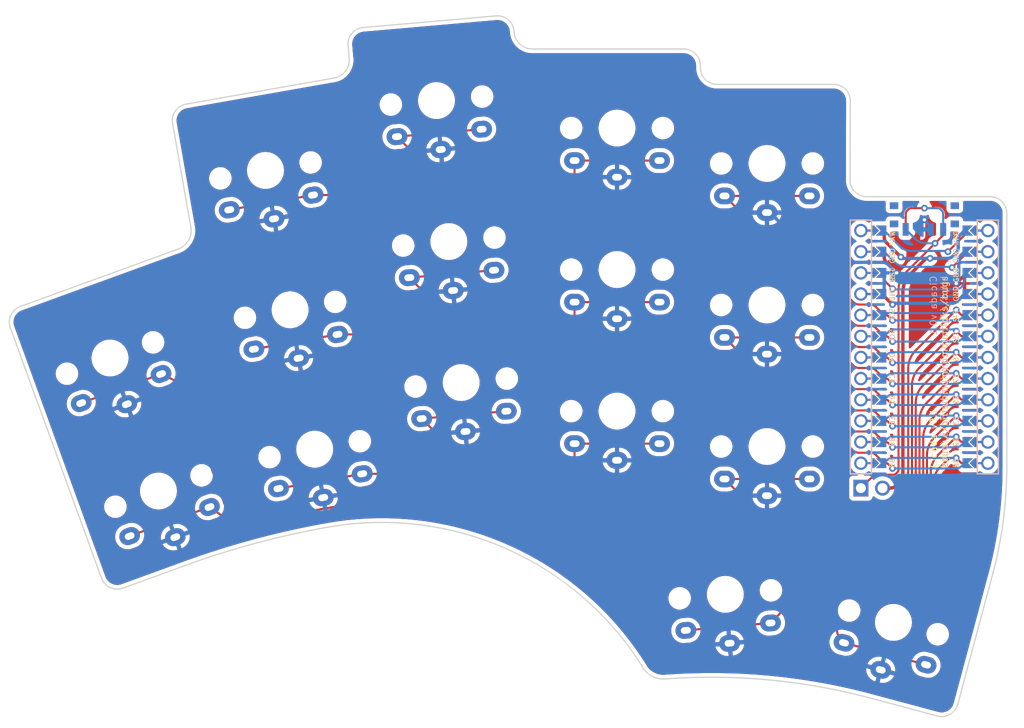
<source format=kicad_pcb>
(kicad_pcb (version 20210722) (generator pcbnew)
  (title_block (title "Cicada") (date "2021-10-04") (rev "0.1") (company "jmnw"))
  (layers (0 "F.Cu" signal) (31 "B.Cu" signal) (34 "B.Paste" user) (35 "F.Paste" user) (36 "B.SilkS" user "B.Silkscreen") (37 "F.SilkS" user "F.Silkscreen") (38 "B.Mask" user) (39 "F.Mask" user) (44 "Edge.Cuts" user))
  (net 0 "")
  (net 1 "unconnected-(PSW1-Pad3)")
  (net 2 "switch1")
  (net 3 "switch2")
  (net 4 "switch3")
  (net 5 "switch4")
  (net 6 "switch5")
  (net 7 "switch6")
  (net 8 "switch7")
  (net 9 "switch8")
  (net 10 "switch9")
  (net 11 "switch10")
  (net 12 "switch11")
  (net 13 "switch12")
  (net 14 "switch13")
  (net 15 "switch14")
  (net 16 "switch15")
  (net 17 "unconnected-(U1-Pad22)")
  (net 18 "unconnected-(U1-Pad2)")
  (net 19 "GND")
  (net 20 "VCC")
  (net 21 "Net-(BT1-Pad2)")
  (net 22 "raw")
  (net 23 "switch16")
  (net 24 "unconnected-(U1-Pad1)")
  (footprint "bugs:Choc_reversible" (layer "F.Cu") (at 62.566814 62.461221 10)
    (fp_text reference "SW2" hide)
    (fp_text value "SW_PUSH" hide)
  )
  (footprint "bugs:Choc_reversible" (layer "F.Cu") (at 83.091911 54.070218 5)
    (fp_text reference "SW3" hide)
    (fp_text value "SW_PUSH" hide)
  )
  (footprint "bugs:Choc_reversible" (layer "F.Cu") (at 104.762252 57.374246)
    (fp_text reference "SW4" hide)
    (fp_text value "SW_PUSH" hide)
  )
  (footprint "bugs:Choc_reversible" (layer "F.Cu") (at 122.762256 61.624247)
    (fp_text reference "SW5" hide)
    (fp_text value "SW_PUSH" hide)
  )
  (footprint "bugs:Choc_reversible" (layer "F.Cu") (at 65.518833 79.202956 10)
    (fp_text reference "SW7" hide)
    (fp_text value "SW_PUSH" hide)
  )
  (footprint "bugs:Choc_reversible" (layer "F.Cu") (at 84.57356 71.005525 5)
    (fp_text reference "SW8" hide)
    (fp_text value "SW_PUSH" hide)
  )
  (footprint "bugs:Choc_reversible" (layer "F.Cu") (at 104.762263 74.374245)
    (fp_text reference "SW9" hide)
    (fp_text value "SW_PUSH" hide)
  )
  (footprint "bugs:Choc_reversible" (layer "F.Cu") (at 122.762257 78.624249)
    (fp_text reference "SW10" hide)
    (fp_text value "SW_PUSH" hide)
  )
  (footprint "bugs:Choc_reversible" (layer "F.Cu") (at 68.470853 95.944694 10)
    (fp_text reference "SW11" hide)
    (fp_text value "SW_PUSH" hide)
  )
  (footprint "bugs:Choc_reversible" (layer "F.Cu") (at 86.055197 87.940848 5)
    (fp_text reference "SW12" hide)
    (fp_text value "SW_PUSH" hide)
  )
  (footprint "bugs:Choc_reversible" (layer "F.Cu") (at 104.762261 91.374243)
    (fp_text reference "SW13" hide)
    (fp_text value "SW_PUSH" hide)
  )
  (footprint "bugs:Choc_reversible" (layer "F.Cu") (at 117.760486 113.376381 5)
    (fp_text reference "SW15" hide)
    (fp_text value "SW_PUSH" hide)
  )
  (footprint "bugs:Choc_reversible" (layer "F.Cu") (at 137.940213 116.747781 -15)
    (fp_text reference "SW16" hide)
    (fp_text value "SW_PUSH" hide)
  )
  (footprint "bugs:ProMicro_jumpers" (layer "F.Cu") (at 141.652258 83.654248)
    (fp_text reference "U1" hide)
    (fp_text value "ProMicro")
  )
  (footprint "bugs:Choc_reversible" (layer "F.Cu") (at 49.719231 100.96907 20)
    (fp_text reference "SW6" hide)
    (fp_text value "SW_PUSH" hide)
  )
  (footprint "bugs:Choc_reversible" (layer "F.Cu") (at 43.904887 84.994303 20)
    (fp_text reference "SW1" hide)
    (fp_text value "SW_PUSH" hide)
  )
  (footprint "bugs:Battery_holes" (layer "F.Cu") (at 135.33 100.62 180)
    (fp_text reference "BT1" hide)
    (fp_text value "Battery_Cell")
  )
  (footprint "bugs:Choc_reversible" (layer "F.Cu") (at 122.76226 95.624249)
    (fp_text reference "SW14" hide)
    (fp_text value "SW_PUSH" hide)
  )
  (footprint "bugs:Power_reversible" (layer "F.Cu") (at 141.660734 67.79106 180)
    (fp_text reference "PSW1" hide)
    (fp_text value "SW_SPDT")
  )
  (gr_arc (start 87.813159 205.630383) (end 70.120721 105.300576) (angle -9.999121664) (layer "Edge.Cuts") (width 0.15))
  (gr_line (start 33.137719 78.803558) (end 52.073739 71.911411) (layer "Edge.Cuts") (width 0.15))
  (gr_line (start 52.968887 109.896537) (end 45.450576 112.632189) (layer "Edge.Cuts") (width 0.15))
  (gr_arc (start 74.468048 47.285845) (end 74.293736 45.293448) (angle -90) (layer "Edge.Cuts") (width 0.15))
  (gr_arc (start 101.620842 98.081064) (end 150.059241 110.159842) (angle -14.00185829) (layer "Edge.Cuts") (width 0.15))
  (gr_arc (start 149.542662 67.613844) (end 151.542665 67.613845) (angle -90) (layer "Edge.Cuts") (width 0.15))
  (gr_line (start 114.762277 49.874694) (end 114.76267 50.123838) (layer "Edge.Cuts") (width 0.15))
  (gr_line (start 135.481674 125.923638) (end 143.209071 127.994186) (layer "Edge.Cuts") (width 0.15))
  (gr_line (start 92.399553 45.717039) (end 92.41402 45.882409) (layer "Edge.Cuts") (width 0.15))
  (gr_arc (start 53.385678 56.463985) (end 53.03838 54.494369) (angle -90) (layer "Edge.Cuts") (width 0.15))
  (gr_arc (start 70.442044 49.209347) (end 70.821055 51.358801) (angle -84.99985992) (layer "Edge.Cuts") (width 0.15))
  (gr_line (start 134.736791 65.613835) (end 149.542664 65.613848) (layer "Edge.Cuts") (width 0.15))
  (gr_arc (start 116.084438 197.310216) (end 110.618967 123.537422) (angle 19.43846695) (layer "Edge.Cuts") (width 0.15))
  (gr_arc (start 33.82175 80.682953) (end 33.137719 78.803558) (angle -90) (layer "Edge.Cuts") (width 0.15))
  (gr_line (start 116.762676 52.123844) (end 130.762452 52.124057) (layer "Edge.Cuts") (width 0.15))
  (gr_arc (start 143.726714 126.062337) (end 143.209071 127.994186) (angle -90) (layer "Edge.Cuts") (width 0.15))
  (gr_line (start 145.658565 126.579973) (end 150.059241 110.159842) (layer "Edge.Cuts") (width 0.15))
  (gr_arc (start 130.762453 54.12406) (end 132.762453 54.124061) (angle -90) (layer "Edge.Cuts") (width 0.15))
  (gr_arc (start 44.766534 110.752803) (end 42.887148 111.436845) (angle -90) (layer "Edge.Cuts") (width 0.15))
  (gr_line (start 151.542665 67.613845) (end 151.542536 98.081121) (layer "Edge.Cuts") (width 0.15))
  (gr_arc (start 116.762667 50.123844) (end 114.76267 50.123838) (angle -90) (layer "Edge.Cuts") (width 0.15))
  (gr_line (start 94.588331 47.874793) (end 112.762278 47.874691) (layer "Edge.Cuts") (width 0.15))
  (gr_arc (start 110.360296 120.581713) (end 108.05254 122.454187) (angle -55.94629929) (layer "Edge.Cuts") (width 0.15))
  (gr_arc (start 94.588323 45.692178) (end 92.41402 45.882409) (angle -85.00013873) (layer "Edge.Cuts") (width 0.15))
  (gr_line (start 53.605824 69.257759) (end 51.416058 56.811279) (layer "Edge.Cuts") (width 0.15))
  (gr_arc (start 51.258532 69.67165) (end 52.073739 71.911411) (angle -79.99998711) (layer "Edge.Cuts") (width 0.15))
  (gr_arc (start 90.40716 45.891349) (end 92.399553 45.717039) (angle -90) (layer "Edge.Cuts") (width 0.15))
  (gr_line (start 31.942355 81.366984) (end 42.887148 111.436845) (layer "Edge.Cuts") (width 0.15))
  (gr_arc (start 76.529201 141.645651) (end 108.05254 122.454187) (angle -68.66666424) (layer "Edge.Cuts") (width 0.15))
  (gr_line (start 72.475661 47.460154) (end 72.616354 49.01912) (layer "Edge.Cuts") (width 0.15))
  (gr_line (start 74.293736 45.293448) (end 90.232853 43.898959) (layer "Edge.Cuts") (width 0.15))
  (gr_line (start 53.03838 54.494369) (end 70.821055 51.358801) (layer "Edge.Cuts") (width 0.15))
  (gr_arc (start 112.762279 49.874687) (end 114.762277 49.874694) (angle -90) (layer "Edge.Cuts") (width 0.15))
  (gr_line (start 132.762453 54.124061) (end 132.736794 63.613848) (layer "Edge.Cuts") (width 0.15))
  (gr_arc (start 134.736794 63.613844) (end 132.736794 63.613848) (angle -90) (layer "Edge.Cuts") (width 0.15))
  (gr_text "Cicada v0.1\nhttps://github.com/jimmerricks/bugs" (at 143.390002 75.050003 90) (layer "B.SilkS") (effects (font (size 0.8 0.8) (thickness 0.1)) (justify left mirror)))
  (gr_text "Cicada v0.1\nhttps://github.com/jimmerricks/bugs" (at 143.39 98.27 90) (layer "F.SilkS") (effects (font (size 0.8 0.8) (thickness 0.1)) (justify left)))
  (segment (start 139.410737 67.668024) (end 139.410735 69.54106) (width 0.25) (layer "F.Cu") (net 1))
  (segment (start 141.660739 66.99106) (end 140.087703 66.991058) (width 0.25) (layer "F.Cu") (net 1))
  (segment (start 139.734148 67.137505) (end 139.557183 67.314471) (width 0.25) (layer "F.Cu") (net 1))
  (via (at 141.660739 66.99106) (size 0.8) (drill 0.4) (layers "F.Cu" "B.Cu") (net 1))
  (arc (start 139.734148 67.137505) (mid 139.89636 67.029118) (end 140.087703 66.991058) (width 0.25) (layer "F.Cu") (net 1))
  (arc (start 139.410737 67.668024) (mid 139.448797 67.476683) (end 139.557183 67.314471) (width 0.25) (layer "F.Cu") (net 1))
  (segment (start 143.600161 67.137507) (end 143.764293 67.301641) (width 0.25) (layer "B.Cu") (net 1))
  (segment (start 143.910737 67.655191) (end 143.91074 69.541062) (width 0.25) (layer "B.Cu") (net 1))
  (segment (start 141.660739 66.99106) (end 143.246605 66.991058) (width 0.25) (layer "B.Cu") (net 1))
  (arc (start 143.246605 66.991058) (mid 143.437949 67.029119) (end 143.600161 67.137507) (width 0.25) (layer "B.Cu") (net 1))
  (arc (start 143.910737 67.655191) (mid 143.872677 67.463851) (end 143.764293 67.301641) (width 0.25) (layer "B.Cu") (net 1))
  (segment (start 142.394181 92.45332) (end 145.478253 89.369249) (width 0.25) (layer "F.Cu") (net 2))
  (segment (start 61.195084 104.563576) (end 74.394326 102.236195) (width 0.25) (layer "F.Cu") (net 2))
  (segment (start 146.478255 90.00425) (end 146.216805 90.004248) (width 0.25) (layer "F.Cu") (net 2))
  (segment (start 140.636822 101.326047) (end 137.691794 104.271076) (width 0.25) (layer "F.Cu") (net 2))
  (segment (start 96.15996 100.228036) (end 100.202997 104.271075) (width 0.25) (layer "F.Cu") (net 2))
  (segment (start 76.330838 101.0025) (end 76.592627 100.628627) (width 0.25) (layer "F.Cu") (net 2))
  (segment (start 79.050083 99.349355) (end 94.038639 99.349356) (width 0.25) (layer "F.Cu") (net 2))
  (segment (start 51.238261 87.477665) (end 50.031198 86.914802) (width 0.25) (layer "F.Cu") (net 2))
  (segment (start 146.040032 89.931025) (end 145.478253 89.369249) (width 0.25) (layer "F.Cu") (net 2))
  (segment (start 40.446333 90.403407) (end 50.031199 86.914802) (width 0.25) (layer "F.Cu") (net 2))
  (segment (start 141.515502 99.204726) (end 141.515501 94.574642) (width 0.25) (layer "F.Cu") (net 2))
  (segment (start 57.633854 102.480323) (end 52.789485 89.170528) (width 0.25) (layer "F.Cu") (net 2))
  (segment (start 135.570473 105.149756) (end 102.324317 105.149755) (width 0.25) (layer "F.Cu") (net 2))
  (segment (start 58.732204 103.911718) (end 58.95341 104.066609) (width 0.25) (layer "F.Cu") (net 2))
  (via (at 145.478253 89.369249) (size 0.8) (drill 0.4) (layers "F.Cu" "B.Cu") (net 2))
  (arc (start 141.515502 99.204726) (mid 141.287141 100.352777) (end 140.636822 101.326047) (width 0.25) (layer "F.Cu") (net 2))
  (arc (start 58.95341 104.066609) (mid 60.024821 104.538042) (end 61.195084 104.563576) (width 0.25) (layer "F.Cu") (net 2))
  (arc (start 76.592627 100.628627) (mid 77.664837 99.688323) (end 79.050083 99.349355) (width 0.25) (layer "F.Cu") (net 2))
  (arc (start 146.216805 90.004248) (mid 146.121137 89.985218) (end 146.040032 89.931025) (width 0.25) (layer "F.Cu") (net 2))
  (arc (start 57.633854 102.480323) (mid 58.072872 103.280547) (end 58.732204 103.911718) (width 0.25) (layer "F.Cu") (net 2))
  (arc (start 100.202997 104.271075) (mid 101.176266 104.921394) (end 102.324317 105.149755) (width 0.25) (layer "F.Cu") (net 2))
  (arc (start 94.038639 99.349356) (mid 95.18669 99.577718) (end 96.15996 100.228036) (width 0.25) (layer "F.Cu") (net 2))
  (arc (start 141.515501 94.574642) (mid 141.743862 93.426591) (end 142.394181 92.45332) (width 0.25) (layer "F.Cu") (net 2))
  (arc (start 74.394326 102.236195) (mid 75.485281 101.811945) (end 76.330838 101.0025) (width 0.25) (layer "F.Cu") (net 2))
  (arc (start 137.691794 104.271076) (mid 136.718524 104.921395) (end 135.570473 105.149756) (width 0.25) (layer "F.Cu") (net 2))
  (arc (start 51.238261 87.477665) (mid 52.182239 88.169817) (end 52.789485 89.170528) (width 0.25) (layer "F.Cu") (net 2))
  (segment (start 137.168362 89.662143) (end 136.826257 90.004248) (width 0.25) (layer "B.Cu") (net 2))
  (segment (start 145.478253 89.369249) (end 137.87547 89.369248) (width 0.25) (layer "B.Cu") (net 2))
  (arc (start 137.168362 89.662143) (mid 137.492786 89.445369) (end 137.87547 89.369248) (width 0.25) (layer "B.Cu") (net 2))
  (segment (start 130.067422 77.954673) (end 130.067421 81.596449) (width 0.25) (layer "F.Cu") (net 3))
  (segment (start 137.264482 87.537472) (end 137.826255 88.099245) (width 0.25) (layer "F.Cu") (net 3))
  (segment (start 136.826258 87.464248) (end 137.087705 87.464248) (width 0.25) (layer "F.Cu") (net 3))
  (segment (start 136.826255 87.464248) (end 135.843993 86.481985) (width 0.25) (layer "F.Cu") (net 3))
  (segment (start 101.790997 70.54583) (end 97.540216 66.295046) (width 0.25) (layer "F.Cu") (net 3))
  (segment (start 95.418895 65.416366) (end 68.266561 65.416366) (width 0.25) (layer "F.Cu") (net 3))
  (segment (start 123.123045 71.42451) (end 103.912319 71.42451) (width 0.25) (layer "F.Cu") (net 3))
  (segment (start 129.481635 76.540459) (end 125.244365 72.303189) (width 0.25) (layer "F.Cu") (net 3))
  (segment (start 133.12453 85.896197) (end 130.946102 83.717771) (width 0.25) (layer "F.Cu") (net 3))
  (segment (start 135.136887 86.189092) (end 133.831636 86.18909) (width 0.25) (layer "F.Cu") (net 3))
  (segment (start 58.221525 67.187578) (end 68.266562 65.416365) (width 0.25) (layer "F.Cu") (net 3))
  (via (at 137.826255 88.099245) (size 0.8) (drill 0.4) (layers "F.Cu" "B.Cu") (net 3))
  (arc (start 129.481635 76.540459) (mid 129.915181 77.189306) (end 130.067422 77.954673) (width 0.25) (layer "F.Cu") (net 3))
  (arc (start 97.540216 66.295046) (mid 96.566946 65.644727) (end 95.418895 65.416366) (width 0.25) (layer "F.Cu") (net 3))
  (arc (start 135.843993 86.481985) (mid 135.51957 86.265213) (end 135.136887 86.189092) (width 0.25) (layer "F.Cu") (net 3))
  (arc (start 133.831636 86.18909) (mid 133.448953 86.11297) (end 133.12453 85.896197) (width 0.25) (layer "F.Cu") (net 3))
  (arc (start 103.912319 71.42451) (mid 102.764268 71.196149) (end 101.790997 70.54583) (width 0.25) (layer "F.Cu") (net 3))
  (arc (start 137.087705 87.464248) (mid 137.183375 87.483278) (end 137.264482 87.537472) (width 0.25) (layer "F.Cu") (net 3))
  (arc (start 125.244365 72.303189) (mid 124.271095 71.652871) (end 123.123045 71.42451) (width 0.25) (layer "F.Cu") (net 3))
  (arc (start 130.946102 83.717771) (mid 130.295782 82.7445) (end 130.067421 81.596449) (width 0.25) (layer "F.Cu") (net 3))
  (segment (start 137.826255 88.099245) (end 145.429044 88.099247) (width 0.25) (layer "B.Cu") (net 3))
  (segment (start 146.136151 87.806353) (end 146.478258 87.464246) (width 0.25) (layer "B.Cu") (net 3))
  (arc (start 146.136151 87.806353) (mid 145.811728 88.023126) (end 145.429044 88.099247) (width 0.25) (layer "B.Cu") (net 3))
  (segment (start 133.14453 83.376199) (end 131.395621 81.627292) (width 0.25) (layer "F.Cu") (net 4))
  (segment (start 95.605094 64.966846) (end 86.16084 64.966849) (width 0.25) (layer "F.Cu") (net 4))
  (segment (start 129.931154 76.35426) (end 125.430565 71.85367) (width 0.25) (layer "F.Cu") (net 4))
  (segment (start 136.826253 84.924247) (end 137.087703 84.924246) (width 0.25) (layer "F.Cu") (net 4))
  (segment (start 123.309245 70.97499) (end 104.09852 70.97499) (width 0.25) (layer "F.Cu") (net 4))
  (segment (start 135.863992 83.961986) (end 135.863996 83.961986) (width 0.25) (layer "F.Cu") (net 4))
  (segment (start 130.51694 79.505972) (end 130.51694 77.768473) (width 0.25) (layer "F.Cu") (net 4))
  (segment (start 137.264481 84.99747) (end 137.826255 85.559246) (width 0.25) (layer "F.Cu") (net 4))
  (segment (start 78.351228 58.399872) (end 88.512412 57.510884) (width 0.25) (layer "F.Cu") (net 4))
  (segment (start 135.863996 83.961986) (end 136.826258 84.924248) (width 0.25) (layer "F.Cu") (net 4))
  (segment (start 101.977198 70.09631) (end 97.726416 65.845527) (width 0.25) (layer "F.Cu") (net 4))
  (segment (start 135.156885 83.669092) (end 133.851635 83.669091) (width 0.25) (layer "F.Cu") (net 4))
  (segment (start 84.039518 64.088169) (end 78.351225 58.399872) (width 0.25) (layer "F.Cu") (net 4))
  (via (at 137.826255 85.559246) (size 0.8) (drill 0.4) (layers "F.Cu" "B.Cu") (net 4))
  (arc (start 86.16084 64.966849) (mid 85.012789 64.738489) (end 84.039518 64.088169) (width 0.25) (layer "F.Cu") (net 4))
  (arc (start 131.395621 81.627292) (mid 130.745302 80.654022) (end 130.51694 79.505972) (width 0.25) (layer "F.Cu") (net 4))
  (arc (start 129.931154 76.35426) (mid 130.364699 77.003106) (end 130.51694 77.768473) (width 0.25) (layer "F.Cu") (net 4))
  (arc (start 97.726416 65.845527) (mid 96.753145 65.195208) (end 95.605094 64.966846) (width 0.25) (layer "F.Cu") (net 4))
  (arc (start 125.430565 71.85367) (mid 124.457296 71.203351) (end 123.309245 70.97499) (width 0.25) (layer "F.Cu") (net 4))
  (arc (start 133.851635 83.669091) (mid 133.468952 83.59297) (end 133.14453 83.376199) (width 0.25) (layer "F.Cu") (net 4))
  (arc (start 135.863992 83.961986) (mid 135.539569 83.745213) (end 135.156885 83.669092) (width 0.25) (layer "F.Cu") (net 4))
  (arc (start 137.264481 84.99747) (mid 137.183375 84.943276) (end 137.087703 84.924246) (width 0.25) (layer "F.Cu") (net 4))
  (arc (start 104.09852 70.97499) (mid 102.950468 70.746628) (end 101.977198 70.09631) (width 0.25) (layer "F.Cu") (net 4))
  (segment (start 137.826255 85.559246) (end 145.429041 85.559248) (width 0.25) (layer "B.Cu") (net 4))
  (segment (start 146.136149 85.266353) (end 146.478255 84.924246) (width 0.25) (layer "B.Cu") (net 4))
  (arc (start 145.429041 85.559248) (mid 145.811725 85.483128) (end 146.136149 85.266353) (width 0.25) (layer "B.Cu") (net 4))
  (segment (start 131.552249 79.283919) (end 133.094527 80.826198) (width 0.25) (layer "F.Cu") (net 5))
  (segment (start 104.284716 70.525469) (end 123.495442 70.525469) (width 0.25) (layer "F.Cu") (net 5))
  (segment (start 137.264478 82.457471) (end 137.826255 83.01925) (width 0.25) (layer "F.Cu") (net 5))
  (segment (start 99.662253 61.274243) (end 109.862249 61.274241) (width 0.25) (layer "F.Cu") (net 5))
  (segment (start 130.966462 77.582277) (end 130.966462 77.869706) (width 0.25) (layer "F.Cu") (net 5))
  (segment (start 125.616763 71.404149) (end 130.380676 76.168064) (width 0.25) (layer "F.Cu") (net 5))
  (segment (start 100.540928 68.02432) (end 102.163394 69.646788) (width 0.25) (layer "F.Cu") (net 5))
  (segment (start 133.801635 81.119092) (end 135.146888 81.119092) (width 0.25) (layer "F.Cu") (net 5))
  (segment (start 135.853995 81.411985) (end 136.826258 82.384248) (width 0.25) (layer "F.Cu") (net 5))
  (segment (start 99.662249 61.274247) (end 99.662249 65.903001) (width 0.25) (layer "F.Cu") (net 5))
  (segment (start 136.826257 82.384247) (end 137.087701 82.384247) (width 0.25) (layer "F.Cu") (net 5))
  (via (at 137.826255 83.01925) (size 0.8) (drill 0.4) (layers "F.Cu" "B.Cu") (net 5))
  (arc (start 135.146888 81.119092) (mid 135.529571 81.195212) (end 135.853995 81.411985) (width 0.25) (layer "F.Cu") (net 5))
  (arc (start 102.163394 69.646788) (mid 103.136665 70.297107) (end 104.284716 70.525469) (width 0.25) (layer "F.Cu") (net 5))
  (arc (start 137.264478 82.457471) (mid 137.183372 82.403278) (end 137.087701 82.384247) (width 0.25) (layer "F.Cu") (net 5))
  (arc (start 99.662249 65.903001) (mid 99.89061 67.051051) (end 100.540928 68.02432) (width 0.25) (layer "F.Cu") (net 5))
  (arc (start 130.966462 77.582277) (mid 130.814221 76.81691) (end 130.380676 76.168064) (width 0.25) (layer "F.Cu") (net 5))
  (arc (start 133.094527 80.826198) (mid 133.41895 81.042972) (end 133.801635 81.119092) (width 0.25) (layer "F.Cu") (net 5))
  (arc (start 123.495442 70.525469) (mid 124.643493 70.753831) (end 125.616763 71.404149) (width 0.25) (layer "F.Cu") (net 5))
  (arc (start 130.966462 77.869706) (mid 131.118703 78.635073) (end 131.552249 79.283919) (width 0.25) (layer "F.Cu") (net 5))
  (segment (start 137.826255 83.01925) (end 145.429041 83.019248) (width 0.25) (layer "B.Cu") (net 5))
  (segment (start 146.136147 82.726355) (end 146.478256 82.384247) (width 0.25) (layer "B.Cu") (net 5))
  (arc (start 146.136147 82.726355) (mid 145.811724 82.943127) (end 145.429041 83.019248) (width 0.25) (layer "B.Cu") (net 5))
  (segment (start 135.136885 78.56909) (end 133.831634 78.56909) (width 0.25) (layer "F.Cu") (net 6))
  (segment (start 136.826257 79.844247) (end 135.843991 78.861983) (width 0.25) (layer "F.Cu") (net 6))
  (segment (start 123.681639 70.07595) (end 123.4566 70.07595) (width 0.25) (layer "F.Cu") (net 6))
  (segment (start 121.335279 69.19727) (end 117.662256 65.524247) (width 0.25) (layer "F.Cu") (net 6))
  (segment (start 133.124526 78.276197) (end 125.80296 70.95463) (width 0.25) (layer "F.Cu") (net 6))
  (segment (start 117.662253 65.524245) (end 127.862256 65.524248) (width 0.25) (layer "F.Cu") (net 6))
  (segment (start 137.264474 79.917472) (end 137.826255 80.479245) (width 0.25) (layer "F.Cu") (net 6))
  (segment (start 136.826254 79.844247) (end 137.087702 79.84425) (width 0.25) (layer "F.Cu") (net 6))
  (via (at 137.826255 80.479245) (size 0.8) (drill 0.4) (layers "F.Cu" "B.Cu") (net 6))
  (arc (start 123.681639 70.07595) (mid 124.82969 70.304312) (end 125.80296 70.95463) (width 0.25) (layer "F.Cu") (net 6))
  (arc (start 135.843991 78.861983) (mid 135.519568 78.645211) (end 135.136885 78.56909) (width 0.25) (layer "F.Cu") (net 6))
  (arc (start 121.335279 69.19727) (mid 122.308549 69.847589) (end 123.4566 70.07595) (width 0.25) (layer "F.Cu") (net 6))
  (arc (start 133.831634 78.56909) (mid 133.44895 78.49297) (end 133.124526 78.276197) (width 0.25) (layer "F.Cu") (net 6))
  (arc (start 137.264474 79.917472) (mid 137.18337 79.863281) (end 137.087702 79.84425) (width 0.25) (layer "F.Cu") (net 6))
  (segment (start 146.136151 80.186354) (end 146.478255 79.844247) (width 0.25) (layer "B.Cu") (net 6))
  (segment (start 137.826255 80.479245) (end 145.42904 80.47925) (width 0.25) (layer "B.Cu") (net 6))
  (arc (start 145.42904 80.47925) (mid 145.811726 80.403129) (end 146.136151 80.186354) (width 0.25) (layer "B.Cu") (net 6))
  (segment (start 60.575989 105.129194) (end 74.655753 102.646553) (width 0.25) (layer "F.Cu") (net 7))
  (segment (start 102.138119 105.599275) (end 135.756672 105.599275) (width 0.25) (layer "F.Cu") (net 7))
  (segment (start 145.478257 91.909248) (end 142.843698 94.543807) (width 0.25) (layer "F.Cu") (net 7))
  (segment (start 76.592266 101.412858) (end 76.825825 101.079301) (width 0.25) (layer "F.Cu") (net 7))
  (segment (start 55.845542 102.889569) (end 58.334316 104.632227) (width 0.25) (layer "F.Cu") (net 7))
  (segment (start 146.478257 92.544249) (end 146.216809 92.544248) (width 0.25) (layer "F.Cu") (net 7))
  (segment (start 55.845543 102.889568) (end 46.260676 106.378175) (width 0.25) (layer "F.Cu") (net 7))
  (segment (start 137.877993 104.720595) (end 141.086339 101.512249) (width 0.25) (layer "F.Cu") (net 7))
  (segment (start 141.965018 99.390929) (end 141.965018 96.665128) (width 0.25) (layer "F.Cu") (net 7))
  (segment (start 95.974912 100.678709) (end 100.016798 104.720595) (width 0.25) (layer "F.Cu") (net 7))
  (segment (start 55.856582 102.88555) (end 55.845544 102.889569) (width 0.25) (layer "F.Cu") (net 7))
  (segment (start 79.283281 99.80003) (end 93.853592 99.80003) (width 0.25) (layer "F.Cu") (net 7))
  (segment (start 146.040033 92.471024) (end 145.478257 91.909248) (width 0.25) (layer "F.Cu") (net 7))
  (via (at 145.478257 91.909248) (size 0.8) (drill 0.4) (layers "F.Cu" "B.Cu") (net 7))
  (arc (start 141.965018 96.665128) (mid 142.19338 95.517077) (end 142.843698 94.543807) (width 0.25) (layer "F.Cu") (net 7))
  (arc (start 93.853592 99.80003) (mid 95.001642 100.028391) (end 95.974912 100.678709) (width 0.25) (layer "F.Cu") (net 7))
  (arc (start 141.965018 99.390929) (mid 141.736657 100.538979) (end 141.086339 101.512249) (width 0.25) (layer "F.Cu") (net 7))
  (arc (start 76.825825 101.079301) (mid 77.898035 100.138998) (end 79.283281 99.80003) (width 0.25) (layer "F.Cu") (net 7))
  (arc (start 74.655753 102.646553) (mid 75.746708 102.222304) (end 76.592266 101.412858) (width 0.25) (layer "F.Cu") (net 7))
  (arc (start 146.040033 92.471024) (mid 146.121138 92.525217) (end 146.216809 92.544248) (width 0.25) (layer "F.Cu") (net 7))
  (arc (start 100.016798 104.720595) (mid 100.990068 105.370914) (end 102.138119 105.599275) (width 0.25) (layer "F.Cu") (net 7))
  (arc (start 135.756672 105.599275) (mid 136.904723 105.370913) (end 137.877993 104.720595) (width 0.25) (layer "F.Cu") (net 7))
  (arc (start 58.334316 104.632227) (mid 59.405725 105.103659) (end 60.575989 105.129194) (width 0.25) (layer "F.Cu") (net 7))
  (segment (start 145.478257 91.909248) (end 137.875468 91.909247) (width 0.25) (layer "B.Cu") (net 7))
  (segment (start 137.168363 92.202138) (end 136.826254 92.544245) (width 0.25) (layer "B.Cu") (net 7))
  (arc (start 137.875468 91.909247) (mid 137.492786 91.985367) (end 137.168363 92.202138) (width 0.25) (layer "B.Cu") (net 7))
  (segment (start 133.074528 96.076198) (end 126.331517 89.333188) (width 0.25) (layer "F.Cu") (net 8))
  (segment (start 61.173542 83.929315) (end 71.218579 82.158107) (width 0.25) (layer "F.Cu") (net 8))
  (segment (start 94.95063 82.158101) (end 71.21858 82.158101) (width 0.25) (layer "F.Cu") (net 8))
  (segment (start 101.610999 87.575829) (end 97.07195 83.03678) (width 0.25) (layer "F.Cu") (net 8))
  (segment (start 136.826256 97.624248) (end 135.863992 96.661983) (width 0.25) (layer "F.Cu") (net 8))
  (segment (start 124.210197 88.45451) (end 103.73232 88.454509) (width 0.25) (layer "F.Cu") (net 8))
  (segment (start 136.826253 97.624244) (end 137.087699 97.624245) (width 0.25) (layer "F.Cu") (net 8))
  (segment (start 137.264475 97.697469) (end 137.826253 98.259247) (width 0.25) (layer "F.Cu") (net 8))
  (segment (start 135.156884 96.36909) (end 133.781634 96.369091) (width 0.25) (layer "F.Cu") (net 8))
  (via (at 137.826253 98.259247) (size 0.8) (drill 0.4) (layers "F.Cu" "B.Cu") (net 8))
  (arc (start 137.264475 97.697469) (mid 137.183371 97.643276) (end 137.087699 97.624245) (width 0.25) (layer "F.Cu") (net 8))
  (arc (start 94.95063 82.158101) (mid 96.09868 82.386461) (end 97.07195 83.03678) (width 0.25) (layer "F.Cu") (net 8))
  (arc (start 135.156884 96.36909) (mid 135.539568 96.44521) (end 135.863992 96.661983) (width 0.25) (layer "F.Cu") (net 8))
  (arc (start 133.074528 96.076198) (mid 133.398951 96.29297) (end 133.781634 96.369091) (width 0.25) (layer "F.Cu") (net 8))
  (arc (start 124.210197 88.45451) (mid 125.358247 88.68287) (end 126.331517 89.333188) (width 0.25) (layer "F.Cu") (net 8))
  (arc (start 103.73232 88.454509) (mid 102.584269 88.226146) (end 101.610999 87.575829) (width 0.25) (layer "F.Cu") (net 8))
  (segment (start 137.826253 98.259247) (end 145.42904 98.259248) (width 0.25) (layer "B.Cu") (net 8))
  (segment (start 146.136146 97.966355) (end 146.478254 97.624248) (width 0.25) (layer "B.Cu") (net 8))
  (arc (start 145.42904 98.259248) (mid 145.811723 98.183128) (end 146.136146 97.966355) (width 0.25) (layer "B.Cu") (net 8))
  (segment (start 103.918518 88.004988) (end 124.396394 88.004988) (width 0.25) (layer "F.Cu") (net 9))
  (segment (start 79.832873 75.335182) (end 89.994059 74.446193) (width 0.25) (layer "F.Cu") (net 9))
  (segment (start 79.832873 75.335182) (end 79.832875 75.335179) (width 0.25) (layer "F.Cu") (net 9))
  (segment (start 126.517714 88.883667) (end 130.574459 92.940412) (width 0.25) (layer "F.Cu") (net 9))
  (segment (start 135.853995 94.111984) (end 136.826257 95.084248) (width 0.25) (layer "F.Cu") (net 9))
  (segment (start 97.258154 82.587264) (end 101.7972 87.126309) (width 0.25) (layer "F.Cu") (net 9))
  (segment (start 132.69578 93.819092) (end 135.146888 93.819092) (width 0.25) (layer "F.Cu") (net 9))
  (segment (start 137.264481 95.157469) (end 137.826256 95.719247) (width 0.25) (layer "F.Cu") (net 9))
  (segment (start 87.448921 81.708585) (end 95.136834 81.708585) (width 0.25) (layer "F.Cu") (net 9))
  (segment (start 136.826257 95.084246) (end 137.087703 95.084245) (width 0.25) (layer "F.Cu") (net 9))
  (segment (start 79.832875 75.335179) (end 85.3276 80.829905) (width 0.25) (layer "F.Cu") (net 9))
  (via (at 137.826256 95.719247) (size 0.8) (drill 0.4) (layers "F.Cu" "B.Cu") (net 9))
  (arc (start 137.264481 95.157469) (mid 137.183375 95.103275) (end 137.087703 95.084245) (width 0.25) (layer "F.Cu") (net 9))
  (arc (start 130.574459 92.940412) (mid 131.547729 93.590731) (end 132.69578 93.819092) (width 0.25) (layer "F.Cu") (net 9))
  (arc (start 95.136834 81.708585) (mid 96.284884 81.936946) (end 97.258154 82.587264) (width 0.25) (layer "F.Cu") (net 9))
  (arc (start 85.3276 80.829905) (mid 86.30087 81.480224) (end 87.448921 81.708585) (width 0.25) (layer "F.Cu") (net 9))
  (arc (start 124.396394 88.004988) (mid 125.544444 88.233348) (end 126.517714 88.883667) (width 0.25) (layer "F.Cu") (net 9))
  (arc (start 101.7972 87.126309) (mid 102.77047 87.776627) (end 103.918518 88.004988) (width 0.25) (layer "F.Cu") (net 9))
  (arc (start 135.146888 93.819092) (mid 135.529571 93.895212) (end 135.853995 94.111984) (width 0.25) (layer "F.Cu") (net 9))
  (segment (start 137.826256 95.719247) (end 145.429038 95.719251) (width 0.25) (layer "B.Cu") (net 9))
  (segment (start 146.136151 95.426353) (end 146.478255 95.084243) (width 0.25) (layer "B.Cu") (net 9))
  (arc (start 145.429038 95.719251) (mid 145.811726 95.643129) (end 146.136151 95.426353) (width 0.25) (layer "B.Cu") (net 9))
  (segment (start 135.863992 91.581985) (end 136.826256 92.544248) (width 0.25) (layer "F.Cu") (net 10))
  (segment (start 99.662262 78.274245) (end 99.66226 83.113014) (width 0.25) (layer "F.Cu") (net 10))
  (segment (start 130.801498 91.289091) (end 135.156886 91.289092) (width 0.25) (layer "F.Cu") (net 10))
  (segment (start 137.264477 92.617469) (end 137.826255 93.179243) (width 0.25) (layer "F.Cu") (net 10))
  (segment (start 99.662264 78.274242) (end 109.862259 78.274242) (width 0.25) (layer "F.Cu") (net 10))
  (segment (start 104.104715 87.55547) (end 124.582594 87.555469) (width 0.25) (layer "F.Cu") (net 10))
  (segment (start 126.703914 88.434149) (end 128.680178 90.410412) (width 0.25) (layer "F.Cu") (net 10))
  (segment (start 136.826254 92.544245) (end 137.087702 92.544246) (width 0.25) (layer "F.Cu") (net 10))
  (segment (start 100.54094 85.234336) (end 101.983395 86.67679) (width 0.25) (layer "F.Cu") (net 10))
  (via (at 137.826255 93.179243) (size 0.8) (drill 0.4) (layers "F.Cu" "B.Cu") (net 10))
  (arc (start 100.54094 85.234336) (mid 99.890621 84.261065) (end 99.66226 83.113014) (width 0.25) (layer "F.Cu") (net 10))
  (arc (start 104.104715 87.55547) (mid 102.956665 87.327109) (end 101.983395 86.67679) (width 0.25) (layer "F.Cu") (net 10))
  (arc (start 137.087702 92.544246) (mid 137.183372 92.563276) (end 137.264477 92.617469) (width 0.25) (layer "F.Cu") (net 10))
  (arc (start 135.863992 91.581985) (mid 135.539569 91.365213) (end 135.156886 91.289092) (width 0.25) (layer "F.Cu") (net 10))
  (arc (start 128.680178 90.410412) (mid 129.653448 91.06073) (end 130.801498 91.289091) (width 0.25) (layer "F.Cu") (net 10))
  (arc (start 124.582594 87.555469) (mid 125.730644 87.78383) (end 126.703914 88.434149) (width 0.25) (layer "F.Cu") (net 10))
  (segment (start 146.136149 92.886356) (end 146.478257 92.544249) (width 0.25) (layer "B.Cu") (net 10))
  (segment (start 137.826255 93.179243) (end 145.429043 93.179248) (width 0.25) (layer "B.Cu") (net 10))
  (arc (start 145.429043 93.179248) (mid 145.811726 93.103129) (end 146.136149 92.886356) (width 0.25) (layer "B.Cu") (net 10))
  (segment (start 126.890116 87.98463) (end 127.048788 88.143304) (width 0.25) (layer "F.Cu") (net 11))
  (segment (start 135.843995 89.021985) (end 136.826258 90.004248) (width 0.25) (layer "F.Cu") (net 11))
  (segment (start 117.662258 82.524247) (end 121.36528 86.227268) (width 0.25) (layer "F.Cu") (net 11))
  (segment (start 128.463004 88.729092) (end 135.136888 88.729092) (width 0.25) (layer "F.Cu") (net 11))
  (segment (start 136.826257 90.004248) (end 137.087698 90.004246) (width 0.25) (layer "F.Cu") (net 11))
  (segment (start 117.662256 82.524246) (end 127.862258 82.524247) (width 0.25) (layer "F.Cu") (net 11))
  (segment (start 123.486601 87.105948) (end 124.768791 87.105947) (width 0.25) (layer "F.Cu") (net 11))
  (segment (start 137.264477 90.077469) (end 137.826257 90.639247) (width 0.25) (layer "F.Cu") (net 11))
  (via (at 137.826257 90.639247) (size 0.8) (drill 0.4) (layers "F.Cu" "B.Cu") (net 11))
  (arc (start 137.087698 90.004246) (mid 137.18337 90.023275) (end 137.264477 90.077469) (width 0.25) (layer "F.Cu") (net 11))
  (arc (start 121.36528 86.227268) (mid 122.338551 86.877587) (end 123.486601 87.105948) (width 0.25) (layer "F.Cu") (net 11))
  (arc (start 127.048788 88.143304) (mid 127.697636 88.576851) (end 128.463004 88.729092) (width 0.25) (layer "F.Cu") (net 11))
  (arc (start 124.768791 87.105947) (mid 125.916844 87.334309) (end 126.890116 87.98463) (width 0.25) (layer "F.Cu") (net 11))
  (arc (start 135.136888 88.729092) (mid 135.519571 88.805212) (end 135.843995 89.021985) (width 0.25) (layer "F.Cu") (net 11))
  (segment (start 146.136148 90.346356) (end 146.478255 90.00425) (width 0.25) (layer "B.Cu") (net 11))
  (segment (start 137.826257 90.639247) (end 145.429043 90.639247) (width 0.25) (layer "B.Cu") (net 11))
  (arc (start 145.429043 90.639247) (mid 145.811725 90.563128) (end 146.136148 90.346356) (width 0.25) (layer "B.Cu") (net 11))
  (segment (start 146.040034 87.391025) (end 145.478258 86.829247) (width 0.25) (layer "F.Cu") (net 12))
  (segment (start 135.384276 104.700236) (end 102.510516 104.700235) (width 0.25) (layer "F.Cu") (net 12))
  (segment (start 94.224837 98.899838) (end 74.1706 98.899839) (width 0.25) (layer "F.Cu") (net 12))
  (segment (start 64.125559 100.671047) (end 74.170601 98.899836) (width 0.25) (layer "F.Cu") (net 12))
  (segment (start 100.389196 103.821556) (end 96.346157 99.778518) (width 0.25) (layer "F.Cu") (net 12))
  (segment (start 145.478258 86.829247) (end 145.478258 86.829249) (width 0.25) (layer "F.Cu") (net 12))
  (segment (start 141.065982 92.484166) (end 141.065982 99.01853) (width 0.25) (layer "F.Cu") (net 12))
  (segment (start 146.478258 87.464246) (end 146.216812 87.464247) (width 0.25) (layer "F.Cu") (net 12))
  (segment (start 140.187302 101.13985) (end 137.505597 103.821556) (width 0.25) (layer "F.Cu") (net 12))
  (segment (start 145.478258 86.829249) (end 141.944661 90.362846) (width 0.25) (layer "F.Cu") (net 12))
  (via (at 145.478258 86.829247) (size 0.8) (drill 0.4) (layers "F.Cu" "B.Cu") (net 12))
  (arc (start 141.944661 90.362846) (mid 141.294343 91.336115) (end 141.065982 92.484166) (width 0.25) (layer "F.Cu") (net 12))
  (arc (start 102.510516 104.700235) (mid 101.362466 104.471874) (end 100.389196 103.821556) (width 0.25) (layer "F.Cu") (net 12))
  (arc (start 137.505597 103.821556) (mid 136.532327 104.471875) (end 135.384276 104.700236) (width 0.25) (layer "F.Cu") (net 12))
  (arc (start 140.187302 101.13985) (mid 140.83762 100.16658) (end 141.065982 99.01853) (width 0.25) (layer "F.Cu") (net 12))
  (arc (start 146.040034 87.391025) (mid 146.12114 87.445217) (end 146.216812 87.464247) (width 0.25) (layer "F.Cu") (net 12))
  (arc (start 96.346157 99.778518) (mid 95.372887 99.128199) (end 94.224837 98.899838) (width 0.25) (layer "F.Cu") (net 12))
  (segment (start 145.478258 86.829247) (end 137.87547 86.82925) (width 0.25) (layer "B.Cu") (net 12))
  (segment (start 137.168365 87.122141) (end 136.826255 87.464248) (width 0.25) (layer "B.Cu") (net 12))
  (arc (start 137.87547 86.82925) (mid 137.492788 86.90537) (end 137.168365 87.122141) (width 0.25) (layer "B.Cu") (net 12))
  (segment (start 88.736967 98.450318) (end 94.411033 98.450319) (width 0.25) (layer "F.Cu") (net 13))
  (segment (start 137.319399 103.372036) (end 139.737783 100.953652) (width 0.25) (layer "F.Cu") (net 13))
  (segment (start 140.616462 90.393685) (end 140.61646 90.393683) (width 0.25) (layer "F.Cu") (net 13))
  (segment (start 146.040034 84.851024) (end 145.478256 84.289249) (width 0.25) (layer "F.Cu") (net 13))
  (segment (start 146.478255 84.924246) (end 146.216811 84.924247) (width 0.25) (layer "F.Cu") (net 13))
  (segment (start 81.314511 92.270503) (end 91.475696 91.381515) (width 0.25) (layer "F.Cu") (net 13))
  (segment (start 141.49514 88.272362) (end 141.495143 88.272362) (width 0.25) (layer "F.Cu") (net 13))
  (segment (start 102.696713 104.250716) (end 135.198078 104.250716) (width 0.25) (layer "F.Cu") (net 13))
  (segment (start 81.31451 92.270503) (end 86.615647 97.571639) (width 0.25) (layer "F.Cu") (net 13))
  (segment (start 96.532354 99.328998) (end 100.575392 103.372036) (width 0.25) (layer "F.Cu") (net 13))
  (segment (start 140.616462 98.832332) (end 140.616462 90.393685) (width 0.25) (layer "F.Cu") (net 13))
  (segment (start 141.495143 88.272362) (end 145.478256 84.289249) (width 0.25) (layer "F.Cu") (net 13))
  (via (at 145.478256 84.289249) (size 0.8) (drill 0.4) (layers "F.Cu" "B.Cu") (net 13))
  (arc (start 139.737783 100.953652) (mid 140.388101 99.980381) (end 140.616462 98.832332) (width 0.25) (layer "F.Cu") (net 13))
  (arc (start 94.411033 98.450319) (mid 95.559084 98.67868) (end 96.532354 99.328998) (width 0.25) (layer "F.Cu") (net 13))
  (arc (start 100.575392 103.372036) (mid 101.548662 104.022355) (end 102.696713 104.250716) (width 0.25) (layer "F.Cu") (net 13))
  (arc (start 140.61646 90.393683) (mid 140.844822 89.245632) (end 141.49514 88.272362) (width 0.25) (layer "F.Cu") (net 13))
  (arc (start 86.615647 97.571639) (mid 87.588917 98.221957) (end 88.736967 98.450318) (width 0.25) (layer "F.Cu") (net 13))
  (arc (start 137.319399 103.372036) (mid 136.346129 104.022355) (end 135.198078 104.250716) (width 0.25) (layer "F.Cu") (net 13))
  (arc (start 146.040034 84.851024) (mid 146.12114 84.905217) (end 146.216811 84.924247) (width 0.25) (layer "F.Cu") (net 13))
  (segment (start 137.168363 84.582139) (end 136.826253 84.924247) (width 0.25) (layer "B.Cu") (net 13))
  (segment (start 145.478256 84.289249) (end 137.875468 84.289247) (width 0.25) (layer "B.Cu") (net 13))
  (arc (start 137.168363 84.582139) (mid 137.492786 84.365368) (end 137.875468 84.289247) (width 0.25) (layer "B.Cu") (net 13))
  (segment (start 99.662258 95.274238) (end 109.86226 95.274245) (width 0.25) (layer "F.Cu") (net 14))
  (segment (start 99.662259 95.274244) (end 99.662259 100.580542) (width 0.25) (layer "F.Cu") (net 14))
  (segment (start 141.045621 86.181881) (end 145.478256 81.749246) (width 0.25) (layer "F.Cu") (net 14))
  (segment (start 140.166942 98.646136) (end 140.166943 88.303203) (width 0.25) (layer "F.Cu") (net 14))
  (segment (start 137.133203 102.922515) (end 139.288263 100.767455) (width 0.25) (layer "F.Cu") (net 14))
  (segment (start 100.540939 102.701863) (end 100.761593 102.922516) (width 0.25) (layer "F.Cu") (net 14))
  (segment (start 141.045621 86.181883) (end 141.045621 86.181881) (width 0.25) (layer "F.Cu") (net 14))
  (segment (start 102.882912 103.801195) (end 135.011882 103.801195) (width 0.25) (layer "F.Cu") (net 14))
  (segment (start 146.040031 82.311024) (end 145.478256 81.749246) (width 0.25) (layer "F.Cu") (net 14))
  (segment (start 146.478256 82.384247) (end 146.216809 82.384248) (width 0.25) (layer "F.Cu") (net 14))
  (via (at 145.478256 81.749246) (size 0.8) (drill 0.4) (layers "F.Cu" "B.Cu") (net 14))
  (arc (start 99.662259 100.580542) (mid 99.890621 101.728593) (end 100.540939 102.701863) (width 0.25) (layer "F.Cu") (net 14))
  (arc (start 146.040031 82.311024) (mid 146.121137 82.365218) (end 146.216809 82.384248) (width 0.25) (layer "F.Cu") (net 14))
  (arc (start 100.761593 102.922516) (mid 101.734863 103.572833) (end 102.882912 103.801195) (width 0.25) (layer "F.Cu") (net 14))
  (arc (start 139.288263 100.767455) (mid 139.938581 99.794185) (end 140.166942 98.646136) (width 0.25) (layer "F.Cu") (net 14))
  (arc (start 140.166943 88.303203) (mid 140.395303 87.155153) (end 141.045621 86.181883) (width 0.25) (layer "F.Cu") (net 14))
  (arc (start 135.011882 103.801195) (mid 136.159933 103.572832) (end 137.133203 102.922515) (width 0.25) (layer "F.Cu") (net 14))
  (segment (start 137.357879 81.852622) (end 136.826257 82.384247) (width 0.25) (layer "B.Cu") (net 14))
  (segment (start 145.478256 81.749246) (end 145.36196 81.63295) (width 0.25) (layer "B.Cu") (net 14))
  (segment (start 145.185183 81.559728) (end 138.064988 81.559728) (width 0.25) (layer "B.Cu") (net 14))
  (arc (start 145.185183 81.559728) (mid 145.280853 81.578758) (end 145.36196 81.63295) (width 0.25) (layer "B.Cu") (net 14))
  (arc (start 137.357879 81.852622) (mid 137.682304 81.635848) (end 138.064988 81.559728) (width 0.25) (layer "B.Cu") (net 14))
  (segment (start 117.66226 99.524249) (end 127.86226 99.524249) (width 0.25) (layer "F.Cu") (net 15))
  (segment (start 136.947005 102.472995) (end 138.838742 100.581258) (width 0.25) (layer "F.Cu") (net 15))
  (segment (start 146.478255 79.844247) (end 146.216808 79.844248) (width 0.25) (layer "F.Cu") (net 15))
  (segment (start 117.662261 99.524249) (end 120.611007 102.472995) (width 0.25) (layer "F.Cu") (net 15))
  (segment (start 146.04003 79.771024) (end 145.478257 79.209248) (width 0.25) (layer "F.Cu") (net 15))
  (segment (start 140.5961 84.091406) (end 145.478257 79.209248) (width 0.25) (layer "F.Cu") (net 15))
  (segment (start 122.732328 103.351675) (end 134.825684 103.351675) (width 0.25) (layer "F.Cu") (net 15))
  (segment (start 139.717421 98.459938) (end 139.717421 86.212726) (width 0.25) (layer "F.Cu") (net 15))
  (via (at 145.478257 79.209248) (size 0.8) (drill 0.4) (layers "F.Cu" "B.Cu") (net 15))
  (arc (start 136.947005 102.472995) (mid 135.973735 103.123314) (end 134.825684 103.351675) (width 0.25) (layer "F.Cu") (net 15))
  (arc (start 146.216808 79.844248) (mid 146.121136 79.825218) (end 146.04003 79.771024) (width 0.25) (layer "F.Cu") (net 15))
  (arc (start 138.838742 100.581258) (mid 139.48906 99.607988) (end 139.717421 98.459938) (width 0.25) (layer "F.Cu") (net 15))
  (arc (start 139.717421 86.212726) (mid 139.945783 85.064676) (end 140.5961 84.091406) (width 0.25) (layer "F.Cu") (net 15))
  (arc (start 120.611007 102.472995) (mid 121.584277 103.123314) (end 122.732328 103.351675) (width 0.25) (layer "F.Cu") (net 15))
  (segment (start 145.38615 79.301355) (end 145.478257 79.209248) (width 0.25) (layer "B.Cu") (net 15))
  (segment (start 136.826254 79.844247) (end 137.003034 79.667471) (width 0.25) (layer "B.Cu") (net 15))
  (segment (start 137.179809 79.594249) (end 144.679043 79.594248) (width 0.25) (layer "B.Cu") (net 15))
  (arc (start 137.179809 79.594249) (mid 137.084138 79.613279) (end 137.003034 79.667471) (width 0.25) (layer "B.Cu") (net 15))
  (arc (start 145.38615 79.301355) (mid 145.061728 79.518128) (end 144.679043 79.594248) (width 0.25) (layer "B.Cu") (net 15))
  (segment (start 141.535859 101.698447) (end 138.064188 105.170118) (width 0.25) (layer "F.Cu") (net 16))
  (segment (start 133.070555 106.927477) (end 123.180986 116.817046) (width 0.25) (layer "F.Cu") (net 16))
  (segment (start 146.478255 95.084243) (end 146.216812 95.084246) (width 0.25) (layer "F.Cu") (net 16))
  (segment (start 123.18098 116.817045) (end 113.019795 117.706034) (width 0.25) (layer "F.Cu") (net 16))
  (segment (start 146.040032 95.011022) (end 145.478255 94.449244) (width 0.25) (layer "F.Cu") (net 16))
  (segment (start 145.478255 94.449244) (end 143.293219 96.63428) (width 0.25) (layer "F.Cu") (net 16))
  (segment (start 135.942867 106.048797) (end 135.191875 106.048797) (width 0.25) (layer "F.Cu") (net 16))
  (segment (start 142.414539 98.755601) (end 142.414539 99.577126) (width 0.25) (layer "F.Cu") (net 16))
  (segment (start 133.070555 106.927476) (end 133.070555 106.927477) (width 0.25) (layer "F.Cu") (net 16))
  (via (at 145.478255 94.449244) (size 0.8) (drill 0.4) (layers "F.Cu" "B.Cu") (net 16))
  (arc (start 146.040032 95.011022) (mid 146.121139 95.065216) (end 146.216812 95.084246) (width 0.25) (layer "F.Cu") (net 16))
  (arc (start 143.293219 96.63428) (mid 142.642901 97.60755) (end 142.414539 98.755601) (width 0.25) (layer "F.Cu") (net 16))
  (arc (start 135.191875 106.048797) (mid 134.043825 106.277158) (end 133.070555 106.927476) (width 0.25) (layer "F.Cu") (net 16))
  (arc (start 141.535859 101.698447) (mid 142.186178 100.725177) (end 142.414539 99.577126) (width 0.25) (layer "F.Cu") (net 16))
  (arc (start 138.064188 105.170118) (mid 137.090917 105.820436) (end 135.942867 106.048797) (width 0.25) (layer "F.Cu") (net 16))
  (segment (start 137.168363 94.74214) (end 136.826257 95.084246) (width 0.25) (layer "B.Cu") (net 16))
  (segment (start 145.478255 94.449244) (end 137.87547 94.449247) (width 0.25) (layer "B.Cu") (net 16))
  (arc (start 137.168363 94.74214) (mid 137.492786 94.525367) (end 137.87547 94.449247) (width 0.25) (layer "B.Cu") (net 16))
  (segment (start 137.11915 75.96214) (end 137.826257 76.669246) (width 0.25) (layer "F.Cu") (net 17))
  (segment (start 136.826256 74.764248) (end 136.826257 75.255033) (width 0.25) (layer "F.Cu") (net 17))
  (via (at 137.826257 76.669246) (size 0.8) (drill 0.4) (layers "F.Cu" "B.Cu") (net 17))
  (arc (start 136.826257 75.255033) (mid 136.902377 75.637717) (end 137.11915 75.96214) (width 0.25) (layer "F.Cu") (net 17))
  (segment (start 146.105792 76.465867) (end 146.185363 76.386296) (width 0.25) (layer "B.Cu") (net 17))
  (segment (start 138.019321 76.758756) (end 145.398686 76.758759) (width 0.25) (layer "B.Cu") (net 17))
  (segment (start 146.478257 75.679186) (end 146.478256 74.764249) (width 0.25) (layer "B.Cu") (net 17))
  (segment (start 137.826257 76.669246) (end 137.842545 76.685534) (width 0.25) (layer "B.Cu") (net 17))
  (arc (start 145.398686 76.758759) (mid 145.781369 76.68264) (end 146.105792 76.465867) (width 0.25) (layer "B.Cu") (net 17))
  (arc (start 138.019321 76.758756) (mid 137.923651 76.739726) (end 137.842545 76.685534) (width 0.25) (layer "B.Cu") (net 17))
  (arc (start 146.478257 75.679186) (mid 146.402137 76.061872) (end 146.185363 76.386296) (width 0.25) (layer "B.Cu") (net 17))
  (segment (start 146.478258 72.525693) (end 146.478255 72.224251) (width 0.25) (layer "F.Cu") (net 18))
  (segment (start 144.978257 74.129249) (end 146.405035 72.702471) (width 0.25) (layer "F.Cu") (net 18))
  (via (at 144.978257 74.129249) (size 0.8) (drill 0.4) (layers "F.Cu" "B.Cu") (net 18))
  (arc (start 146.478258 72.525693) (mid 146.459228 72.621365) (end 146.405035 72.702471) (width 0.25) (layer "F.Cu") (net 18))
  (segment (start 144.785191 74.039736) (end 139.470173 74.039737) (width 0.25) (layer "B.Cu") (net 18))
  (segment (start 144.978257 74.129249) (end 144.961969 74.11296) (width 0.25) (layer "B.Cu") (net 18))
  (segment (start 138.055958 73.45395) (end 136.826257 72.224248) (width 0.25) (layer "B.Cu") (net 18))
  (arc (start 144.961969 74.11296) (mid 144.880863 74.058766) (end 144.785191 74.039736) (width 0.25) (layer "B.Cu") (net 18))
  (arc (start 139.470173 74.039737) (mid 138.704805 73.887496) (end 138.055958 73.45395) (width 0.25) (layer "B.Cu") (net 18))
  (segment (start 146.478256 74.764249) (end 146.478254 77.304248) (width 0.4) (layer "F.Cu") (net 19))
  (segment (start 140.910733 69.541058) (end 140.910734 70.045778) (width 0.4) (layer "F.Cu") (net 19))
  (segment (start 139.111634 73.978867) (end 138.326256 74.764246) (width 0.4) (layer "F.Cu") (net 19))
  (segment (start 140.910734 70.045778) (end 140.283207 70.673305) (width 0.4) (layer "F.Cu") (net 19))
  (segment (start 146.405032 75.10747) (end 145.478257 76.034246) (width 0.4) (layer "F.Cu") (net 19))
  (segment (start 140.910738 69.54106) (end 140.910736 69.14106) (width 0.4) (layer "F.Cu") (net 19))
  (segment (start 136.826257 72.224248) (end 136.826257 72.850035) (width 0.4) (layer "F.Cu") (net 19))
  (segment (start 146.478256 74.764249) (end 146.478256 74.930696) (width 0.4) (layer "F.Cu") (net 19))
  (segment (start 140.910736 69.14106) (end 141.660741 68.39106) (width 0.4) (layer "F.Cu") (net 19))
  (segment (start 137.119151 73.557142) (end 138.326256 74.764246) (width 0.4) (layer "F.Cu") (net 19))
  (segment (start 139.69742 72.08752) (end 139.69742 72.564652) (width 0.4) (layer "F.Cu") (net 19))
  (via (at 141.660741 68.39106) (size 0.8) (drill 0.4) (layers "F.Cu" "B.Cu") (net 19))
  (via (at 145.478257 76.034246) (size 0.8) (drill 0.4) (layers "F.Cu" "B.Cu") (net 19))
  (via (at 138.326256 74.764246) (size 0.8) (drill 0.4) (layers "F.Cu" "B.Cu") (net 19))
  (arc (start 137.119151 73.557142) (mid 136.902378 73.232719) (end 136.826257 72.850035) (width 0.4) (layer "F.Cu") (net 19))
  (arc (start 146.478256 74.930696) (mid 146.459225 75.026364) (end 146.405032 75.10747) (width 0.4) (layer "F.Cu") (net 19))
  (arc (start 139.69742 72.564652) (mid 139.54518 73.33002) (end 139.111634 73.978867) (width 0.4) (layer "F.Cu") (net 19))
  (arc (start 139.69742 72.08752) (mid 139.849661 71.322152) (end 140.283207 70.673305) (width 0.4) (layer "F.Cu") (net 19))
  (segment (start 138.326256 74.764246) (end 138.678615 75.116608) (width 0.4) (layer "B.Cu") (net 19))
  (segment (start 142.410738 69.141058) (end 141.660741 68.39106) (width 0.4) (layer "B.Cu") (net 19))
  (segment (start 138.326256 74.764246) (end 136.826256 74.764248) (width 0.4) (layer "B.Cu") (net 19))
  (segment (start 145.777766 73.338951) (end 145.777766 75.734736) (width 0.4) (layer "B.Cu") (net 19))
  (segment (start 130.331848 73.499093) (end 136.646886 73.49909) (width 0.4) (layer "B.Cu") (net 19))
  (segment (start 139.385725 75.409505) (end 144.4393 75.409504) (width 0.4) (layer "B.Cu") (net 19))
  (segment (start 145.777766 75.734736) (end 145.478257 76.034246) (width 0.4) (layer "B.Cu") (net 19))
  (segment (start 145.146404 75.702394) (end 145.478257 76.034246) (width 0.4) (layer "B.Cu") (net 19))
  (segment (start 136.826256 74.764248) (end 136.826258 77.304249) (width 0.4) (layer "B.Cu") (net 19))
  (segment (start 146.478255 72.224251) (end 146.070662 72.631842) (width 0.4) (layer "B.Cu") (net 19))
  (segment (start 142.410739 69.541059) (end 142.410738 69.141058) (width 0.4) (layer "B.Cu") (net 19))
  (segment (start 137.353992 73.791983) (end 138.326256 74.764246) (width 0.4) (layer "B.Cu") (net 19))
  (segment (start 123.114362 67.524248) (end 128.210527 72.620412) (width 0.4) (layer "B.Cu") (net 19))
  (segment (start 122.762255 67.524247) (end 123.114362 67.524248) (width 0.4) (layer "B.Cu") (net 19))
  (arc (start 146.070662 72.631842) (mid 145.853888 72.956266) (end 145.777766 73.338951) (width 0.4) (layer "B.Cu") (net 19))
  (arc (start 136.646886 73.49909) (mid 137.02957 73.57521) (end 137.353992 73.791983) (width 0.4) (layer "B.Cu") (net 19))
  (arc (start 139.385725 75.409505) (mid 139.003039 75.333384) (end 138.678615 75.116608) (width 0.4) (layer "B.Cu") (net 19))
  (arc (start 144.4393 75.409504) (mid 144.821981 75.485624) (end 145.146404 75.702394) (width 0.4) (layer "B.Cu") (net 19))
  (arc (start 128.210527 72.620412) (mid 129.183797 73.27073) (end 130.331848 73.499093) (width 0.4) (layer "B.Cu") (net 19))
  (segment (start 136.89948 77.647471) (end 137.826258 78.574246) (width 0.4) (layer "F.Cu") (net 20))
  (segment (start 136.826258 77.304249) (end 136.826256 77.470691) (width 0.4) (layer "F.Cu") (net 20))
  (via (at 137.826258 78.574246) (size 0.8) (drill 0.4) (layers "F.Cu" "B.Cu") (net 20))
  (arc (start 136.826256 77.470691) (mid 136.845286 77.566364) (end 136.89948 77.647471) (width 0.4) (layer "F.Cu") (net 20))
  (segment (start 138.094322 78.409736) (end 144.958552 78.409735) (width 0.4) (layer "B.Cu") (net 20))
  (segment (start 137.826258 78.574246) (end 137.917546 78.482959) (width 0.4) (layer "B.Cu") (net 20))
  (segment (start 145.665657 78.116843) (end 146.478254 77.304248) (width 0.4) (layer "B.Cu") (net 20))
  (arc (start 138.094322 78.409736) (mid 137.998651 78.428766) (end 137.917546 78.482959) (width 0.4) (layer "B.Cu") (net 20))
  (arc (start 144.958552 78.409735) (mid 145.341233 78.333615) (end 145.665657 78.116843) (width 0.4) (layer "B.Cu") (net 20))
  (segment (start 143.910734 69.541059) (end 143.910734 70.235779) (width 0.25) (layer "F.Cu") (net 21))
  (segment (start 138.266447 98.863553) (end 138.404322 98.725678) (width 0.25) (layer "F.Cu") (net 21))
  (segment (start 143.910734 70.235779) (end 142.93242 71.214091) (width 0.25) (layer "F.Cu") (net 21))
  (segment (start 138.550768 98.372125) (end 138.550768 76.838386) (width 0.25) (layer "F.Cu") (net 21))
  (segment (start 139.429447 74.717066) (end 142.93242 71.214091) (width 0.25) (layer "F.Cu") (net 21))
  (segment (start 136.468427 99.01) (end 137.912893 99.01) (width 0.25) (layer "F.Cu") (net 21))
  (segment (start 134.03 100.62) (end 135.054214 99.595786) (width 0.25) (layer "F.Cu") (net 21))
  (via (at 142.93242 71.214091) (size 0.8) (drill 0.4) (layers "F.Cu" "B.Cu") (net 21))
  (arc (start 138.550768 98.372125) (mid 138.512708 98.563466) (end 138.404322 98.725678) (width 0.25) (layer "F.Cu") (net 21))
  (arc (start 136.468427 99.01) (mid 135.70306 99.162241) (end 135.054214 99.595786) (width 0.25) (layer "F.Cu") (net 21))
  (arc (start 138.550768 76.838386) (mid 138.77913 75.690336) (end 139.429447 74.717066) (width 0.25) (layer "F.Cu") (net 21))
  (arc (start 137.912893 99.01) (mid 138.104235 98.97194) (end 138.266447 98.863553) (width 0.25) (layer "F.Cu") (net 21))
  (segment (start 139.410734 69.541058) (end 140.497981 70.628304) (width 0.25) (layer "B.Cu") (net 21))
  (segment (start 141.912195 71.214091) (end 142.93242 71.214091) (width 0.25) (layer "B.Cu") (net 21))
  (arc (start 141.912195 71.214091) (mid 141.146827 71.06185) (end 140.497981 70.628304) (width 0.25) (layer "B.Cu") (net 21))
  (segment (start 139.075288 77.05565) (end 139.075286 77.055653) (width 0.4) (layer "F.Cu") (net 22))
  (segment (start 136.826257 70.445035) (end 136.826256 69.684244) (width 0.4) (layer "F.Cu") (net 22))
  (segment (start 138.826257 72.859247) (end 137.11915 71.152141) (width 0.4) (layer "F.Cu") (net 22))
  (segment (start 139.075286 77.055653) (end 139.075286 98.676287) (width 0.4) (layer "F.Cu") (net 22))
  (segment (start 141.791315 73.096981) (end 139.953967 74.934331) (width 0.4) (layer "F.Cu") (net 22))
  (segment (start 138.489499 100.090501) (end 138.252892 100.327107) (width 0.4) (layer "F.Cu") (net 22))
  (segment (start 142.332089 73.023757) (end 141.968091 73.023758) (width 0.4) (layer "F.Cu") (net 22))
  (segment (start 137.545786 100.62) (end 136.63 100.619999) (width 0.4) (layer "F.Cu") (net 22))
  (via (at 138.826257 72.859247) (size 0.8) (drill 0.4) (layers "F.Cu" "B.Cu") (net 22))
  (via (at 142.332089 73.023757) (size 0.8) (drill 0.4) (layers "F.Cu" "B.Cu") (net 22))
  (arc (start 138.252892 100.327107) (mid 137.92847 100.54388) (end 137.545786 100.62) (width 0.4) (layer "F.Cu") (net 22))
  (arc (start 137.11915 71.152141) (mid 136.902377 70.827718) (end 136.826257 70.445035) (width 0.4) (layer "F.Cu") (net 22))
  (arc (start 139.953967 74.934331) (mid 139.303648 75.9076) (end 139.075288 77.05565) (width 0.4) (layer "F.Cu") (net 22))
  (arc (start 141.968091 73.023758) (mid 141.872421 73.042788) (end 141.791315 73.096981) (width 0.4) (layer "F.Cu") (net 22))
  (arc (start 138.489499 100.090501) (mid 138.923045 99.441654) (end 139.075286 98.676287) (width 0.4) (layer "F.Cu") (net 22))
  (segment (start 145.107376 72.730865) (end 145.419262 72.418977) (width 0.4) (layer "B.Cu") (net 22))
  (segment (start 142.332089 73.023757) (end 139.094321 73.023758) (width 0.4) (layer "B.Cu") (net 22))
  (segment (start 138.917545 72.950534) (end 138.826257 72.859247) (width 0.4) (layer "B.Cu") (net 22))
  (segment (start 142.332092 73.023761) (end 142.332089 73.023757) (width 0.4) (layer "B.Cu") (net 22))
  (segment (start 146.005048 70.157457) (end 146.478257 69.684248) (width 0.4) (layer "B.Cu") (net 22))
  (segment (start 144.400267 73.023761) (end 142.332092 73.023761) (width 0.4) (layer "B.Cu") (net 22))
  (segment (start 145.712153 71.711873) (end 145.712154 70.864562) (width 0.4) (layer "B.Cu") (net 22))
  (arc (start 145.712154 70.864562) (mid 145.788275 70.481879) (end 146.005048 70.157457) (width 0.4) (layer "B.Cu") (net 22))
  (arc (start 145.107376 72.730865) (mid 144.782952 72.947639) (end 144.400267 73.023761) (width 0.4) (layer "B.Cu") (net 22))
  (arc (start 139.094321 73.023758) (mid 138.99865 73.004728) (end 138.917545 72.950534) (width 0.4) (layer "B.Cu") (net 22))
  (arc (start 145.712153 71.711873) (mid 145.636033 72.094555) (end 145.419262 72.418977) (width 0.4) (layer "B.Cu") (net 22))
  (segment (start 132.01868 108.615068) (end 133.256751 107.376997) (width 0.25) (layer "F.Cu") (net 23))
  (segment (start 131.14 117.50189) (end 131.14 110.736389) (width 0.25) (layer "F.Cu") (net 23))
  (segment (start 146.040035 97.551024) (end 145.478255 96.989247) (width 0.25) (layer "F.Cu") (net 23))
  (segment (start 142.864062 99.763323) (end 142.864061 99.614366) (width 0.25) (layer "F.Cu") (net 23))
  (segment (start 132.004597 119.194916) (end 141.857041 121.834867) (width 0.25) (layer "F.Cu") (net 23))
  (segment (start 138.250386 105.619638) (end 141.985381 101.884641) (width 0.25) (layer "F.Cu") (net 23))
  (segment (start 135.378072 106.498317) (end 136.129065 106.498317) (width 0.25) (layer "F.Cu") (net 23))
  (segment (start 146.478254 97.624248) (end 146.21681 97.624247) (width 0.25) (layer "F.Cu") (net 23))
  (segment (start 143.449848 98.200152) (end 144.36786 97.28214) (width 0.25) (layer "F.Cu") (net 23))
  (segment (start 145.074966 96.989247) (end 145.478255 96.989247) (width 0.25) (layer "F.Cu") (net 23))
  (via (at 145.478255 96.989247) (size 0.8) (drill 0.4) (layers "F.Cu" "B.Cu") (net 23))
  (arc (start 141.985381 101.884641) (mid 142.635699 100.911373) (end 142.864062 99.763323) (width 0.25) (layer "F.Cu") (net 23))
  (arc (start 131.14 110.736389) (mid 131.368361 109.588338) (end 132.01868 108.615068) (width 0.25) (layer "F.Cu") (net 23))
  (arc (start 131.725786 118.916103) (mid 131.292241 118.267258) (end 131.14 117.50189) (width 0.25) (layer "F.Cu") (net 23))
  (arc (start 133.256751 107.376997) (mid 134.230021 106.726678) (end 135.378072 106.498317) (width 0.25) (layer "F.Cu") (net 23))
  (arc (start 136.129065 106.498317) (mid 137.277115 106.269956) (end 138.250386 105.619638) (width 0.25) (layer "F.Cu") (net 23))
  (arc (start 143.449848 98.200152) (mid 143.016302 98.848999) (end 142.864061 99.614366) (width 0.25) (layer "F.Cu") (net 23))
  (arc (start 144.36786 97.28214) (mid 144.692283 97.065367) (end 145.074966 96.989247) (width 0.25) (layer "F.Cu") (net 23))
  (arc (start 146.040035 97.551024) (mid 146.12114 97.605217) (end 146.21681 97.624247) (width 0.25) (layer "F.Cu") (net 23))
  (segment (start 137.168364 97.282136) (end 136.826253 97.624244) (width 0.25) (layer "B.Cu") (net 23))
  (segment (start 145.478255 96.989247) (end 137.875466 96.989247) (width 0.25) (layer "B.Cu") (net 23))
  (arc (start 137.168364 97.282136) (mid 137.492786 97.065366) (end 137.875466 96.989247) (width 0.25) (layer "B.Cu") (net 23))
  (segment (start 144.478256 72.224245) (end 146.405033 70.29747) (width 0.25) (layer "F.Cu") (net 24))
  (segment (start 146.478257 70.120693) (end 146.478257 69.684248) (width 0.25) (layer "F.Cu") (net 24))
  (via (at 144.478256 72.224245) (size 0.8) (drill 0.4) (layers "F.Cu" "B.Cu") (net 24))
  (arc (start 146.405033 70.29747) (mid 146.459226 70.216364) (end 146.478257 70.120693) (width 0.25) (layer "F.Cu") (net 24))
  (segment (start 144.478256 72.224245) (end 144.461966 72.207955) (width 0.25) (layer "B.Cu") (net 24))
  (segment (start 138.69096 71.54895) (end 136.826256 69.684244) (width 0.25) (layer "B.Cu") (net 24))
  (segment (start 144.285193 72.134736) (end 140.105174 72.134737) (width 0.25) (layer "B.Cu") (net 24))
  (arc (start 144.461966 72.207955) (mid 144.380861 72.153765) (end 144.285193 72.134736) (width 0.25) (layer "B.Cu") (net 24))
  (arc (start 138.69096 71.54895) (mid 139.339807 71.982496) (end 140.105174 72.134737) (width 0.25) (layer "B.Cu") (net 24))
  (zone (net 19) (net_name "GND") (layers F&B.Cu) (connect_pads (clearance 0.508)) (min_thickness 0.254) (fill yes (thermal_gap 0.508) (thermal_bridge_width 0.508) (island_removal_mode 1) (island_area_min 0))
    (polygon (pts (xy 153.63 129.44) (xy 30.7 129.440001) (xy 30.7 41.99) (xy 153.63 41.989999)))
  )
)
</source>
